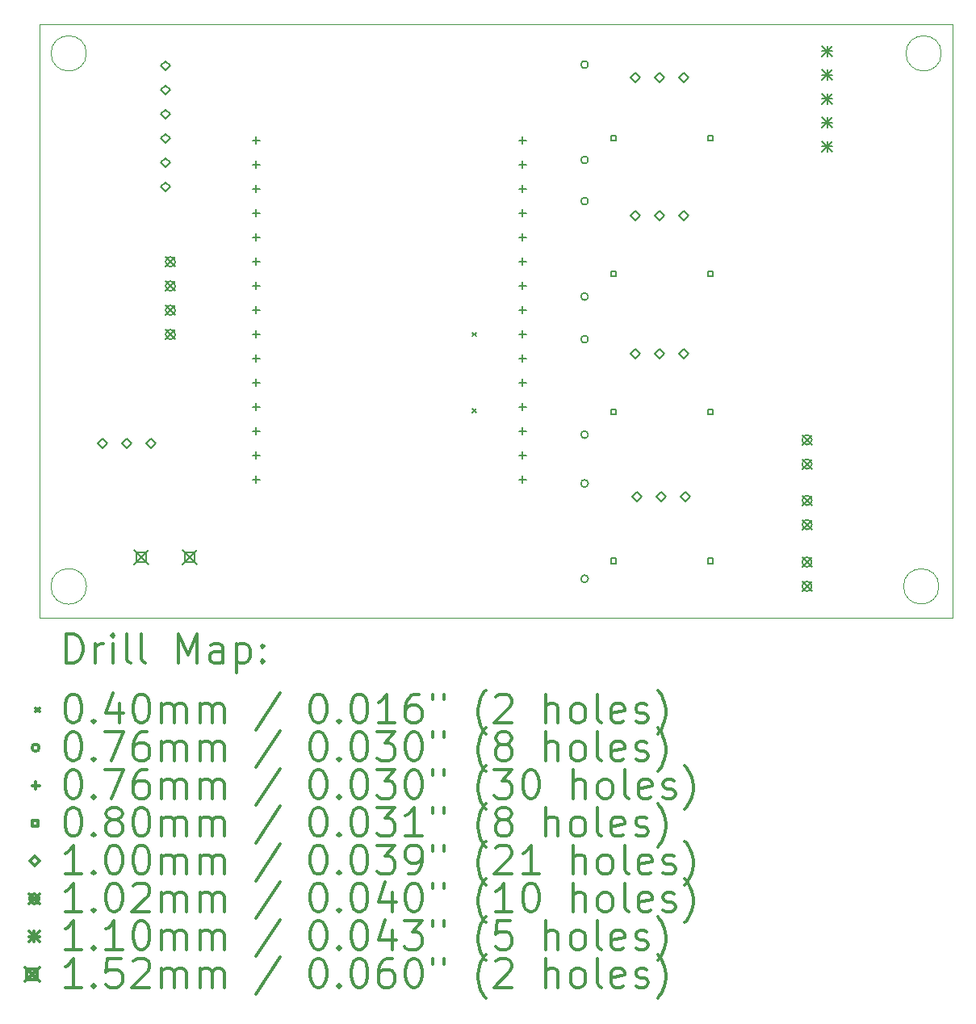
<source format=gbr>
%FSLAX45Y45*%
G04 Gerber Fmt 4.5, Leading zero omitted, Abs format (unit mm)*
G04 Created by KiCad (PCBNEW (5.1.5)-3) date 2022-07-10 23:47:23*
%MOMM*%
%LPD*%
G04 APERTURE LIST*
%TA.AperFunction,Profile*%
%ADD10C,0.050000*%
%TD*%
%TA.AperFunction,Profile*%
%ADD11C,0.100000*%
%TD*%
%ADD12C,0.200000*%
%ADD13C,0.300000*%
G04 APERTURE END LIST*
D10*
X10676851Y-10591800D02*
G75*
G03X10676851Y-10591800I-186651J0D01*
G01*
X10675115Y-5003800D02*
G75*
G03X10675115Y-5003800I-184915J0D01*
G01*
X19641315Y-5003800D02*
G75*
G03X19641315Y-5003800I-184915J0D01*
G01*
X19615915Y-10591800D02*
G75*
G03X19615915Y-10591800I-184915J0D01*
G01*
D11*
X19761200Y-4699000D02*
X19761200Y-10922000D01*
X10185400Y-4699000D02*
X19761200Y-4699000D01*
X10185400Y-10922000D02*
X10185400Y-4699000D01*
X19761200Y-10922000D02*
X10185400Y-10922000D01*
D12*
X14724700Y-7930200D02*
X14764700Y-7970200D01*
X14764700Y-7930200D02*
X14724700Y-7970200D01*
X14724700Y-8730300D02*
X14764700Y-8770300D01*
X14764700Y-8730300D02*
X14724700Y-8770300D01*
X15938400Y-9512300D02*
G75*
G03X15938400Y-9512300I-38000J0D01*
G01*
X15938400Y-10512300D02*
G75*
G03X15938400Y-10512300I-38000J0D01*
G01*
X15938400Y-6553200D02*
G75*
G03X15938400Y-6553200I-38000J0D01*
G01*
X15938400Y-7553200D02*
G75*
G03X15938400Y-7553200I-38000J0D01*
G01*
X15938400Y-5121400D02*
G75*
G03X15938400Y-5121400I-38000J0D01*
G01*
X15938400Y-6121400D02*
G75*
G03X15938400Y-6121400I-38000J0D01*
G01*
X15938400Y-8001000D02*
G75*
G03X15938400Y-8001000I-38000J0D01*
G01*
X15938400Y-9001000D02*
G75*
G03X15938400Y-9001000I-38000J0D01*
G01*
X12454500Y-5876900D02*
X12454500Y-5953100D01*
X12416400Y-5915000D02*
X12492600Y-5915000D01*
X12454500Y-6130900D02*
X12454500Y-6207100D01*
X12416400Y-6169000D02*
X12492600Y-6169000D01*
X12454500Y-6384900D02*
X12454500Y-6461100D01*
X12416400Y-6423000D02*
X12492600Y-6423000D01*
X12454500Y-6638900D02*
X12454500Y-6715100D01*
X12416400Y-6677000D02*
X12492600Y-6677000D01*
X12454500Y-6892900D02*
X12454500Y-6969100D01*
X12416400Y-6931000D02*
X12492600Y-6931000D01*
X12454500Y-7146900D02*
X12454500Y-7223100D01*
X12416400Y-7185000D02*
X12492600Y-7185000D01*
X12454500Y-7400900D02*
X12454500Y-7477100D01*
X12416400Y-7439000D02*
X12492600Y-7439000D01*
X12454500Y-7654900D02*
X12454500Y-7731100D01*
X12416400Y-7693000D02*
X12492600Y-7693000D01*
X12454500Y-7908900D02*
X12454500Y-7985100D01*
X12416400Y-7947000D02*
X12492600Y-7947000D01*
X12454500Y-8162900D02*
X12454500Y-8239100D01*
X12416400Y-8201000D02*
X12492600Y-8201000D01*
X12454500Y-8416900D02*
X12454500Y-8493100D01*
X12416400Y-8455000D02*
X12492600Y-8455000D01*
X12454500Y-8670900D02*
X12454500Y-8747100D01*
X12416400Y-8709000D02*
X12492600Y-8709000D01*
X12454500Y-8924900D02*
X12454500Y-9001100D01*
X12416400Y-8963000D02*
X12492600Y-8963000D01*
X12454500Y-9178900D02*
X12454500Y-9255100D01*
X12416400Y-9217000D02*
X12492600Y-9217000D01*
X12454500Y-9432900D02*
X12454500Y-9509100D01*
X12416400Y-9471000D02*
X12492600Y-9471000D01*
X15248500Y-5876900D02*
X15248500Y-5953100D01*
X15210400Y-5915000D02*
X15286600Y-5915000D01*
X15248500Y-6130900D02*
X15248500Y-6207100D01*
X15210400Y-6169000D02*
X15286600Y-6169000D01*
X15248500Y-6384900D02*
X15248500Y-6461100D01*
X15210400Y-6423000D02*
X15286600Y-6423000D01*
X15248500Y-6638900D02*
X15248500Y-6715100D01*
X15210400Y-6677000D02*
X15286600Y-6677000D01*
X15248500Y-6892900D02*
X15248500Y-6969100D01*
X15210400Y-6931000D02*
X15286600Y-6931000D01*
X15248500Y-7146900D02*
X15248500Y-7223100D01*
X15210400Y-7185000D02*
X15286600Y-7185000D01*
X15248500Y-7400900D02*
X15248500Y-7477100D01*
X15210400Y-7439000D02*
X15286600Y-7439000D01*
X15248500Y-7654900D02*
X15248500Y-7731100D01*
X15210400Y-7693000D02*
X15286600Y-7693000D01*
X15248500Y-7908900D02*
X15248500Y-7985100D01*
X15210400Y-7947000D02*
X15286600Y-7947000D01*
X15248500Y-8162900D02*
X15248500Y-8239100D01*
X15210400Y-8201000D02*
X15286600Y-8201000D01*
X15248500Y-8416900D02*
X15248500Y-8493100D01*
X15210400Y-8455000D02*
X15286600Y-8455000D01*
X15248500Y-8670900D02*
X15248500Y-8747100D01*
X15210400Y-8709000D02*
X15286600Y-8709000D01*
X15248500Y-8924900D02*
X15248500Y-9001100D01*
X15210400Y-8963000D02*
X15286600Y-8963000D01*
X15248500Y-9178900D02*
X15248500Y-9255100D01*
X15210400Y-9217000D02*
X15286600Y-9217000D01*
X15248500Y-9432900D02*
X15248500Y-9509100D01*
X15210400Y-9471000D02*
X15286600Y-9471000D01*
X16233484Y-8791285D02*
X16233484Y-8734716D01*
X16176915Y-8734716D01*
X16176915Y-8791285D01*
X16233484Y-8791285D01*
X17249485Y-8791285D02*
X17249485Y-8734716D01*
X17192916Y-8734716D01*
X17192916Y-8791285D01*
X17249485Y-8791285D01*
X16233484Y-5921084D02*
X16233484Y-5864515D01*
X16176915Y-5864515D01*
X16176915Y-5921084D01*
X16233484Y-5921084D01*
X17249485Y-5921084D02*
X17249485Y-5864515D01*
X17192916Y-5864515D01*
X17192916Y-5921084D01*
X17249485Y-5921084D01*
X16233484Y-10353385D02*
X16233484Y-10296816D01*
X16176915Y-10296816D01*
X16176915Y-10353385D01*
X16233484Y-10353385D01*
X17249485Y-10353385D02*
X17249485Y-10296816D01*
X17192916Y-10296816D01*
X17192916Y-10353385D01*
X17249485Y-10353385D01*
X16233484Y-7343484D02*
X16233484Y-7286915D01*
X16176915Y-7286915D01*
X16176915Y-7343484D01*
X16233484Y-7343484D01*
X17249485Y-7343484D02*
X17249485Y-7286915D01*
X17192916Y-7286915D01*
X17192916Y-7343484D01*
X17249485Y-7343484D01*
X16433800Y-8203400D02*
X16483800Y-8153400D01*
X16433800Y-8103400D01*
X16383800Y-8153400D01*
X16433800Y-8203400D01*
X16687800Y-8203400D02*
X16737800Y-8153400D01*
X16687800Y-8103400D01*
X16637800Y-8153400D01*
X16687800Y-8203400D01*
X16941800Y-8203400D02*
X16991800Y-8153400D01*
X16941800Y-8103400D01*
X16891800Y-8153400D01*
X16941800Y-8203400D01*
X16433800Y-5307800D02*
X16483800Y-5257800D01*
X16433800Y-5207800D01*
X16383800Y-5257800D01*
X16433800Y-5307800D01*
X16687800Y-5307800D02*
X16737800Y-5257800D01*
X16687800Y-5207800D01*
X16637800Y-5257800D01*
X16687800Y-5307800D01*
X16941800Y-5307800D02*
X16991800Y-5257800D01*
X16941800Y-5207800D01*
X16891800Y-5257800D01*
X16941800Y-5307800D01*
X16446500Y-9702000D02*
X16496500Y-9652000D01*
X16446500Y-9602000D01*
X16396500Y-9652000D01*
X16446500Y-9702000D01*
X16700500Y-9702000D02*
X16750500Y-9652000D01*
X16700500Y-9602000D01*
X16650500Y-9652000D01*
X16700500Y-9702000D01*
X16954500Y-9702000D02*
X17004500Y-9652000D01*
X16954500Y-9602000D01*
X16904500Y-9652000D01*
X16954500Y-9702000D01*
X16433800Y-6755600D02*
X16483800Y-6705600D01*
X16433800Y-6655600D01*
X16383800Y-6705600D01*
X16433800Y-6755600D01*
X16687800Y-6755600D02*
X16737800Y-6705600D01*
X16687800Y-6655600D01*
X16637800Y-6705600D01*
X16687800Y-6755600D01*
X16941800Y-6755600D02*
X16991800Y-6705600D01*
X16941800Y-6655600D01*
X16891800Y-6705600D01*
X16941800Y-6755600D01*
X11506200Y-5183340D02*
X11556200Y-5133340D01*
X11506200Y-5083340D01*
X11456200Y-5133340D01*
X11506200Y-5183340D01*
X11506200Y-5437340D02*
X11556200Y-5387340D01*
X11506200Y-5337340D01*
X11456200Y-5387340D01*
X11506200Y-5437340D01*
X11506200Y-5691340D02*
X11556200Y-5641340D01*
X11506200Y-5591340D01*
X11456200Y-5641340D01*
X11506200Y-5691340D01*
X11506200Y-5945340D02*
X11556200Y-5895340D01*
X11506200Y-5845340D01*
X11456200Y-5895340D01*
X11506200Y-5945340D01*
X11506200Y-6199340D02*
X11556200Y-6149340D01*
X11506200Y-6099340D01*
X11456200Y-6149340D01*
X11506200Y-6199340D01*
X11506200Y-6453340D02*
X11556200Y-6403340D01*
X11506200Y-6353340D01*
X11456200Y-6403340D01*
X11506200Y-6453340D01*
X10845800Y-9143200D02*
X10895800Y-9093200D01*
X10845800Y-9043200D01*
X10795800Y-9093200D01*
X10845800Y-9143200D01*
X11099800Y-9143200D02*
X11149800Y-9093200D01*
X11099800Y-9043200D01*
X11049800Y-9093200D01*
X11099800Y-9143200D01*
X11353800Y-9143200D02*
X11403800Y-9093200D01*
X11353800Y-9043200D01*
X11303800Y-9093200D01*
X11353800Y-9143200D01*
X18182390Y-10285530D02*
X18284390Y-10387530D01*
X18284390Y-10285530D02*
X18182390Y-10387530D01*
X18284390Y-10336530D02*
G75*
G03X18284390Y-10336530I-51000J0D01*
G01*
X18182390Y-10539530D02*
X18284390Y-10641530D01*
X18284390Y-10539530D02*
X18182390Y-10641530D01*
X18284390Y-10590530D02*
G75*
G03X18284390Y-10590530I-51000J0D01*
G01*
X18183660Y-9639100D02*
X18285660Y-9741100D01*
X18285660Y-9639100D02*
X18183660Y-9741100D01*
X18285660Y-9690100D02*
G75*
G03X18285660Y-9690100I-51000J0D01*
G01*
X18183660Y-9893100D02*
X18285660Y-9995100D01*
X18285660Y-9893100D02*
X18183660Y-9995100D01*
X18285660Y-9944100D02*
G75*
G03X18285660Y-9944100I-51000J0D01*
G01*
X11506000Y-7137200D02*
X11608000Y-7239200D01*
X11608000Y-7137200D02*
X11506000Y-7239200D01*
X11608000Y-7188200D02*
G75*
G03X11608000Y-7188200I-51000J0D01*
G01*
X11506000Y-7391200D02*
X11608000Y-7493200D01*
X11608000Y-7391200D02*
X11506000Y-7493200D01*
X11608000Y-7442200D02*
G75*
G03X11608000Y-7442200I-51000J0D01*
G01*
X11506000Y-7645200D02*
X11608000Y-7747200D01*
X11608000Y-7645200D02*
X11506000Y-7747200D01*
X11608000Y-7696200D02*
G75*
G03X11608000Y-7696200I-51000J0D01*
G01*
X11506000Y-7899200D02*
X11608000Y-8001200D01*
X11608000Y-7899200D02*
X11506000Y-8001200D01*
X11608000Y-7950200D02*
G75*
G03X11608000Y-7950200I-51000J0D01*
G01*
X18182390Y-9004100D02*
X18284390Y-9106100D01*
X18284390Y-9004100D02*
X18182390Y-9106100D01*
X18284390Y-9055100D02*
G75*
G03X18284390Y-9055100I-51000J0D01*
G01*
X18182390Y-9258100D02*
X18284390Y-9360100D01*
X18284390Y-9258100D02*
X18182390Y-9360100D01*
X18284390Y-9309100D02*
G75*
G03X18284390Y-9309100I-51000J0D01*
G01*
X18389210Y-4924670D02*
X18499210Y-5034670D01*
X18499210Y-4924670D02*
X18389210Y-5034670D01*
X18444210Y-4924670D02*
X18444210Y-5034670D01*
X18389210Y-4979670D02*
X18499210Y-4979670D01*
X18389210Y-5174670D02*
X18499210Y-5284670D01*
X18499210Y-5174670D02*
X18389210Y-5284670D01*
X18444210Y-5174670D02*
X18444210Y-5284670D01*
X18389210Y-5229670D02*
X18499210Y-5229670D01*
X18389210Y-5424670D02*
X18499210Y-5534670D01*
X18499210Y-5424670D02*
X18389210Y-5534670D01*
X18444210Y-5424670D02*
X18444210Y-5534670D01*
X18389210Y-5479670D02*
X18499210Y-5479670D01*
X18389210Y-5674670D02*
X18499210Y-5784670D01*
X18499210Y-5674670D02*
X18389210Y-5784670D01*
X18444210Y-5674670D02*
X18444210Y-5784670D01*
X18389210Y-5729670D02*
X18499210Y-5729670D01*
X18389210Y-5924670D02*
X18499210Y-6034670D01*
X18499210Y-5924670D02*
X18389210Y-6034670D01*
X18444210Y-5924670D02*
X18444210Y-6034670D01*
X18389210Y-5979670D02*
X18499210Y-5979670D01*
X11176200Y-10211000D02*
X11328200Y-10363000D01*
X11328200Y-10211000D02*
X11176200Y-10363000D01*
X11305941Y-10340741D02*
X11305941Y-10233259D01*
X11198459Y-10233259D01*
X11198459Y-10340741D01*
X11305941Y-10340741D01*
X11684200Y-10211000D02*
X11836200Y-10363000D01*
X11836200Y-10211000D02*
X11684200Y-10363000D01*
X11813941Y-10340741D02*
X11813941Y-10233259D01*
X11706459Y-10233259D01*
X11706459Y-10340741D01*
X11813941Y-10340741D01*
D13*
X10466828Y-11392714D02*
X10466828Y-11092714D01*
X10538257Y-11092714D01*
X10581114Y-11107000D01*
X10609686Y-11135572D01*
X10623971Y-11164143D01*
X10638257Y-11221286D01*
X10638257Y-11264143D01*
X10623971Y-11321286D01*
X10609686Y-11349857D01*
X10581114Y-11378429D01*
X10538257Y-11392714D01*
X10466828Y-11392714D01*
X10766828Y-11392714D02*
X10766828Y-11192714D01*
X10766828Y-11249857D02*
X10781114Y-11221286D01*
X10795400Y-11207000D01*
X10823971Y-11192714D01*
X10852543Y-11192714D01*
X10952543Y-11392714D02*
X10952543Y-11192714D01*
X10952543Y-11092714D02*
X10938257Y-11107000D01*
X10952543Y-11121286D01*
X10966828Y-11107000D01*
X10952543Y-11092714D01*
X10952543Y-11121286D01*
X11138257Y-11392714D02*
X11109686Y-11378429D01*
X11095400Y-11349857D01*
X11095400Y-11092714D01*
X11295400Y-11392714D02*
X11266828Y-11378429D01*
X11252543Y-11349857D01*
X11252543Y-11092714D01*
X11638257Y-11392714D02*
X11638257Y-11092714D01*
X11738257Y-11307000D01*
X11838257Y-11092714D01*
X11838257Y-11392714D01*
X12109686Y-11392714D02*
X12109686Y-11235571D01*
X12095400Y-11207000D01*
X12066828Y-11192714D01*
X12009686Y-11192714D01*
X11981114Y-11207000D01*
X12109686Y-11378429D02*
X12081114Y-11392714D01*
X12009686Y-11392714D01*
X11981114Y-11378429D01*
X11966828Y-11349857D01*
X11966828Y-11321286D01*
X11981114Y-11292714D01*
X12009686Y-11278429D01*
X12081114Y-11278429D01*
X12109686Y-11264143D01*
X12252543Y-11192714D02*
X12252543Y-11492714D01*
X12252543Y-11207000D02*
X12281114Y-11192714D01*
X12338257Y-11192714D01*
X12366828Y-11207000D01*
X12381114Y-11221286D01*
X12395400Y-11249857D01*
X12395400Y-11335571D01*
X12381114Y-11364143D01*
X12366828Y-11378429D01*
X12338257Y-11392714D01*
X12281114Y-11392714D01*
X12252543Y-11378429D01*
X12523971Y-11364143D02*
X12538257Y-11378429D01*
X12523971Y-11392714D01*
X12509686Y-11378429D01*
X12523971Y-11364143D01*
X12523971Y-11392714D01*
X12523971Y-11207000D02*
X12538257Y-11221286D01*
X12523971Y-11235571D01*
X12509686Y-11221286D01*
X12523971Y-11207000D01*
X12523971Y-11235571D01*
X10140400Y-11867000D02*
X10180400Y-11907000D01*
X10180400Y-11867000D02*
X10140400Y-11907000D01*
X10523971Y-11722714D02*
X10552543Y-11722714D01*
X10581114Y-11737000D01*
X10595400Y-11751286D01*
X10609686Y-11779857D01*
X10623971Y-11837000D01*
X10623971Y-11908429D01*
X10609686Y-11965571D01*
X10595400Y-11994143D01*
X10581114Y-12008429D01*
X10552543Y-12022714D01*
X10523971Y-12022714D01*
X10495400Y-12008429D01*
X10481114Y-11994143D01*
X10466828Y-11965571D01*
X10452543Y-11908429D01*
X10452543Y-11837000D01*
X10466828Y-11779857D01*
X10481114Y-11751286D01*
X10495400Y-11737000D01*
X10523971Y-11722714D01*
X10752543Y-11994143D02*
X10766828Y-12008429D01*
X10752543Y-12022714D01*
X10738257Y-12008429D01*
X10752543Y-11994143D01*
X10752543Y-12022714D01*
X11023971Y-11822714D02*
X11023971Y-12022714D01*
X10952543Y-11708429D02*
X10881114Y-11922714D01*
X11066828Y-11922714D01*
X11238257Y-11722714D02*
X11266828Y-11722714D01*
X11295400Y-11737000D01*
X11309686Y-11751286D01*
X11323971Y-11779857D01*
X11338257Y-11837000D01*
X11338257Y-11908429D01*
X11323971Y-11965571D01*
X11309686Y-11994143D01*
X11295400Y-12008429D01*
X11266828Y-12022714D01*
X11238257Y-12022714D01*
X11209686Y-12008429D01*
X11195400Y-11994143D01*
X11181114Y-11965571D01*
X11166828Y-11908429D01*
X11166828Y-11837000D01*
X11181114Y-11779857D01*
X11195400Y-11751286D01*
X11209686Y-11737000D01*
X11238257Y-11722714D01*
X11466828Y-12022714D02*
X11466828Y-11822714D01*
X11466828Y-11851286D02*
X11481114Y-11837000D01*
X11509686Y-11822714D01*
X11552543Y-11822714D01*
X11581114Y-11837000D01*
X11595400Y-11865571D01*
X11595400Y-12022714D01*
X11595400Y-11865571D02*
X11609686Y-11837000D01*
X11638257Y-11822714D01*
X11681114Y-11822714D01*
X11709686Y-11837000D01*
X11723971Y-11865571D01*
X11723971Y-12022714D01*
X11866828Y-12022714D02*
X11866828Y-11822714D01*
X11866828Y-11851286D02*
X11881114Y-11837000D01*
X11909686Y-11822714D01*
X11952543Y-11822714D01*
X11981114Y-11837000D01*
X11995400Y-11865571D01*
X11995400Y-12022714D01*
X11995400Y-11865571D02*
X12009686Y-11837000D01*
X12038257Y-11822714D01*
X12081114Y-11822714D01*
X12109686Y-11837000D01*
X12123971Y-11865571D01*
X12123971Y-12022714D01*
X12709686Y-11708429D02*
X12452543Y-12094143D01*
X13095400Y-11722714D02*
X13123971Y-11722714D01*
X13152543Y-11737000D01*
X13166828Y-11751286D01*
X13181114Y-11779857D01*
X13195400Y-11837000D01*
X13195400Y-11908429D01*
X13181114Y-11965571D01*
X13166828Y-11994143D01*
X13152543Y-12008429D01*
X13123971Y-12022714D01*
X13095400Y-12022714D01*
X13066828Y-12008429D01*
X13052543Y-11994143D01*
X13038257Y-11965571D01*
X13023971Y-11908429D01*
X13023971Y-11837000D01*
X13038257Y-11779857D01*
X13052543Y-11751286D01*
X13066828Y-11737000D01*
X13095400Y-11722714D01*
X13323971Y-11994143D02*
X13338257Y-12008429D01*
X13323971Y-12022714D01*
X13309686Y-12008429D01*
X13323971Y-11994143D01*
X13323971Y-12022714D01*
X13523971Y-11722714D02*
X13552543Y-11722714D01*
X13581114Y-11737000D01*
X13595400Y-11751286D01*
X13609686Y-11779857D01*
X13623971Y-11837000D01*
X13623971Y-11908429D01*
X13609686Y-11965571D01*
X13595400Y-11994143D01*
X13581114Y-12008429D01*
X13552543Y-12022714D01*
X13523971Y-12022714D01*
X13495400Y-12008429D01*
X13481114Y-11994143D01*
X13466828Y-11965571D01*
X13452543Y-11908429D01*
X13452543Y-11837000D01*
X13466828Y-11779857D01*
X13481114Y-11751286D01*
X13495400Y-11737000D01*
X13523971Y-11722714D01*
X13909686Y-12022714D02*
X13738257Y-12022714D01*
X13823971Y-12022714D02*
X13823971Y-11722714D01*
X13795400Y-11765571D01*
X13766828Y-11794143D01*
X13738257Y-11808429D01*
X14166828Y-11722714D02*
X14109686Y-11722714D01*
X14081114Y-11737000D01*
X14066828Y-11751286D01*
X14038257Y-11794143D01*
X14023971Y-11851286D01*
X14023971Y-11965571D01*
X14038257Y-11994143D01*
X14052543Y-12008429D01*
X14081114Y-12022714D01*
X14138257Y-12022714D01*
X14166828Y-12008429D01*
X14181114Y-11994143D01*
X14195400Y-11965571D01*
X14195400Y-11894143D01*
X14181114Y-11865571D01*
X14166828Y-11851286D01*
X14138257Y-11837000D01*
X14081114Y-11837000D01*
X14052543Y-11851286D01*
X14038257Y-11865571D01*
X14023971Y-11894143D01*
X14309686Y-11722714D02*
X14309686Y-11779857D01*
X14423971Y-11722714D02*
X14423971Y-11779857D01*
X14866828Y-12137000D02*
X14852543Y-12122714D01*
X14823971Y-12079857D01*
X14809686Y-12051286D01*
X14795400Y-12008429D01*
X14781114Y-11937000D01*
X14781114Y-11879857D01*
X14795400Y-11808429D01*
X14809686Y-11765571D01*
X14823971Y-11737000D01*
X14852543Y-11694143D01*
X14866828Y-11679857D01*
X14966828Y-11751286D02*
X14981114Y-11737000D01*
X15009686Y-11722714D01*
X15081114Y-11722714D01*
X15109686Y-11737000D01*
X15123971Y-11751286D01*
X15138257Y-11779857D01*
X15138257Y-11808429D01*
X15123971Y-11851286D01*
X14952543Y-12022714D01*
X15138257Y-12022714D01*
X15495400Y-12022714D02*
X15495400Y-11722714D01*
X15623971Y-12022714D02*
X15623971Y-11865571D01*
X15609686Y-11837000D01*
X15581114Y-11822714D01*
X15538257Y-11822714D01*
X15509686Y-11837000D01*
X15495400Y-11851286D01*
X15809686Y-12022714D02*
X15781114Y-12008429D01*
X15766828Y-11994143D01*
X15752543Y-11965571D01*
X15752543Y-11879857D01*
X15766828Y-11851286D01*
X15781114Y-11837000D01*
X15809686Y-11822714D01*
X15852543Y-11822714D01*
X15881114Y-11837000D01*
X15895400Y-11851286D01*
X15909686Y-11879857D01*
X15909686Y-11965571D01*
X15895400Y-11994143D01*
X15881114Y-12008429D01*
X15852543Y-12022714D01*
X15809686Y-12022714D01*
X16081114Y-12022714D02*
X16052543Y-12008429D01*
X16038257Y-11979857D01*
X16038257Y-11722714D01*
X16309686Y-12008429D02*
X16281114Y-12022714D01*
X16223971Y-12022714D01*
X16195400Y-12008429D01*
X16181114Y-11979857D01*
X16181114Y-11865571D01*
X16195400Y-11837000D01*
X16223971Y-11822714D01*
X16281114Y-11822714D01*
X16309686Y-11837000D01*
X16323971Y-11865571D01*
X16323971Y-11894143D01*
X16181114Y-11922714D01*
X16438257Y-12008429D02*
X16466828Y-12022714D01*
X16523971Y-12022714D01*
X16552543Y-12008429D01*
X16566828Y-11979857D01*
X16566828Y-11965571D01*
X16552543Y-11937000D01*
X16523971Y-11922714D01*
X16481114Y-11922714D01*
X16452543Y-11908429D01*
X16438257Y-11879857D01*
X16438257Y-11865571D01*
X16452543Y-11837000D01*
X16481114Y-11822714D01*
X16523971Y-11822714D01*
X16552543Y-11837000D01*
X16666828Y-12137000D02*
X16681114Y-12122714D01*
X16709686Y-12079857D01*
X16723971Y-12051286D01*
X16738257Y-12008429D01*
X16752543Y-11937000D01*
X16752543Y-11879857D01*
X16738257Y-11808429D01*
X16723971Y-11765571D01*
X16709686Y-11737000D01*
X16681114Y-11694143D01*
X16666828Y-11679857D01*
X10180400Y-12283000D02*
G75*
G03X10180400Y-12283000I-38000J0D01*
G01*
X10523971Y-12118714D02*
X10552543Y-12118714D01*
X10581114Y-12133000D01*
X10595400Y-12147286D01*
X10609686Y-12175857D01*
X10623971Y-12233000D01*
X10623971Y-12304429D01*
X10609686Y-12361571D01*
X10595400Y-12390143D01*
X10581114Y-12404429D01*
X10552543Y-12418714D01*
X10523971Y-12418714D01*
X10495400Y-12404429D01*
X10481114Y-12390143D01*
X10466828Y-12361571D01*
X10452543Y-12304429D01*
X10452543Y-12233000D01*
X10466828Y-12175857D01*
X10481114Y-12147286D01*
X10495400Y-12133000D01*
X10523971Y-12118714D01*
X10752543Y-12390143D02*
X10766828Y-12404429D01*
X10752543Y-12418714D01*
X10738257Y-12404429D01*
X10752543Y-12390143D01*
X10752543Y-12418714D01*
X10866828Y-12118714D02*
X11066828Y-12118714D01*
X10938257Y-12418714D01*
X11309686Y-12118714D02*
X11252543Y-12118714D01*
X11223971Y-12133000D01*
X11209686Y-12147286D01*
X11181114Y-12190143D01*
X11166828Y-12247286D01*
X11166828Y-12361571D01*
X11181114Y-12390143D01*
X11195400Y-12404429D01*
X11223971Y-12418714D01*
X11281114Y-12418714D01*
X11309686Y-12404429D01*
X11323971Y-12390143D01*
X11338257Y-12361571D01*
X11338257Y-12290143D01*
X11323971Y-12261571D01*
X11309686Y-12247286D01*
X11281114Y-12233000D01*
X11223971Y-12233000D01*
X11195400Y-12247286D01*
X11181114Y-12261571D01*
X11166828Y-12290143D01*
X11466828Y-12418714D02*
X11466828Y-12218714D01*
X11466828Y-12247286D02*
X11481114Y-12233000D01*
X11509686Y-12218714D01*
X11552543Y-12218714D01*
X11581114Y-12233000D01*
X11595400Y-12261571D01*
X11595400Y-12418714D01*
X11595400Y-12261571D02*
X11609686Y-12233000D01*
X11638257Y-12218714D01*
X11681114Y-12218714D01*
X11709686Y-12233000D01*
X11723971Y-12261571D01*
X11723971Y-12418714D01*
X11866828Y-12418714D02*
X11866828Y-12218714D01*
X11866828Y-12247286D02*
X11881114Y-12233000D01*
X11909686Y-12218714D01*
X11952543Y-12218714D01*
X11981114Y-12233000D01*
X11995400Y-12261571D01*
X11995400Y-12418714D01*
X11995400Y-12261571D02*
X12009686Y-12233000D01*
X12038257Y-12218714D01*
X12081114Y-12218714D01*
X12109686Y-12233000D01*
X12123971Y-12261571D01*
X12123971Y-12418714D01*
X12709686Y-12104429D02*
X12452543Y-12490143D01*
X13095400Y-12118714D02*
X13123971Y-12118714D01*
X13152543Y-12133000D01*
X13166828Y-12147286D01*
X13181114Y-12175857D01*
X13195400Y-12233000D01*
X13195400Y-12304429D01*
X13181114Y-12361571D01*
X13166828Y-12390143D01*
X13152543Y-12404429D01*
X13123971Y-12418714D01*
X13095400Y-12418714D01*
X13066828Y-12404429D01*
X13052543Y-12390143D01*
X13038257Y-12361571D01*
X13023971Y-12304429D01*
X13023971Y-12233000D01*
X13038257Y-12175857D01*
X13052543Y-12147286D01*
X13066828Y-12133000D01*
X13095400Y-12118714D01*
X13323971Y-12390143D02*
X13338257Y-12404429D01*
X13323971Y-12418714D01*
X13309686Y-12404429D01*
X13323971Y-12390143D01*
X13323971Y-12418714D01*
X13523971Y-12118714D02*
X13552543Y-12118714D01*
X13581114Y-12133000D01*
X13595400Y-12147286D01*
X13609686Y-12175857D01*
X13623971Y-12233000D01*
X13623971Y-12304429D01*
X13609686Y-12361571D01*
X13595400Y-12390143D01*
X13581114Y-12404429D01*
X13552543Y-12418714D01*
X13523971Y-12418714D01*
X13495400Y-12404429D01*
X13481114Y-12390143D01*
X13466828Y-12361571D01*
X13452543Y-12304429D01*
X13452543Y-12233000D01*
X13466828Y-12175857D01*
X13481114Y-12147286D01*
X13495400Y-12133000D01*
X13523971Y-12118714D01*
X13723971Y-12118714D02*
X13909686Y-12118714D01*
X13809686Y-12233000D01*
X13852543Y-12233000D01*
X13881114Y-12247286D01*
X13895400Y-12261571D01*
X13909686Y-12290143D01*
X13909686Y-12361571D01*
X13895400Y-12390143D01*
X13881114Y-12404429D01*
X13852543Y-12418714D01*
X13766828Y-12418714D01*
X13738257Y-12404429D01*
X13723971Y-12390143D01*
X14095400Y-12118714D02*
X14123971Y-12118714D01*
X14152543Y-12133000D01*
X14166828Y-12147286D01*
X14181114Y-12175857D01*
X14195400Y-12233000D01*
X14195400Y-12304429D01*
X14181114Y-12361571D01*
X14166828Y-12390143D01*
X14152543Y-12404429D01*
X14123971Y-12418714D01*
X14095400Y-12418714D01*
X14066828Y-12404429D01*
X14052543Y-12390143D01*
X14038257Y-12361571D01*
X14023971Y-12304429D01*
X14023971Y-12233000D01*
X14038257Y-12175857D01*
X14052543Y-12147286D01*
X14066828Y-12133000D01*
X14095400Y-12118714D01*
X14309686Y-12118714D02*
X14309686Y-12175857D01*
X14423971Y-12118714D02*
X14423971Y-12175857D01*
X14866828Y-12533000D02*
X14852543Y-12518714D01*
X14823971Y-12475857D01*
X14809686Y-12447286D01*
X14795400Y-12404429D01*
X14781114Y-12333000D01*
X14781114Y-12275857D01*
X14795400Y-12204429D01*
X14809686Y-12161571D01*
X14823971Y-12133000D01*
X14852543Y-12090143D01*
X14866828Y-12075857D01*
X15023971Y-12247286D02*
X14995400Y-12233000D01*
X14981114Y-12218714D01*
X14966828Y-12190143D01*
X14966828Y-12175857D01*
X14981114Y-12147286D01*
X14995400Y-12133000D01*
X15023971Y-12118714D01*
X15081114Y-12118714D01*
X15109686Y-12133000D01*
X15123971Y-12147286D01*
X15138257Y-12175857D01*
X15138257Y-12190143D01*
X15123971Y-12218714D01*
X15109686Y-12233000D01*
X15081114Y-12247286D01*
X15023971Y-12247286D01*
X14995400Y-12261571D01*
X14981114Y-12275857D01*
X14966828Y-12304429D01*
X14966828Y-12361571D01*
X14981114Y-12390143D01*
X14995400Y-12404429D01*
X15023971Y-12418714D01*
X15081114Y-12418714D01*
X15109686Y-12404429D01*
X15123971Y-12390143D01*
X15138257Y-12361571D01*
X15138257Y-12304429D01*
X15123971Y-12275857D01*
X15109686Y-12261571D01*
X15081114Y-12247286D01*
X15495400Y-12418714D02*
X15495400Y-12118714D01*
X15623971Y-12418714D02*
X15623971Y-12261571D01*
X15609686Y-12233000D01*
X15581114Y-12218714D01*
X15538257Y-12218714D01*
X15509686Y-12233000D01*
X15495400Y-12247286D01*
X15809686Y-12418714D02*
X15781114Y-12404429D01*
X15766828Y-12390143D01*
X15752543Y-12361571D01*
X15752543Y-12275857D01*
X15766828Y-12247286D01*
X15781114Y-12233000D01*
X15809686Y-12218714D01*
X15852543Y-12218714D01*
X15881114Y-12233000D01*
X15895400Y-12247286D01*
X15909686Y-12275857D01*
X15909686Y-12361571D01*
X15895400Y-12390143D01*
X15881114Y-12404429D01*
X15852543Y-12418714D01*
X15809686Y-12418714D01*
X16081114Y-12418714D02*
X16052543Y-12404429D01*
X16038257Y-12375857D01*
X16038257Y-12118714D01*
X16309686Y-12404429D02*
X16281114Y-12418714D01*
X16223971Y-12418714D01*
X16195400Y-12404429D01*
X16181114Y-12375857D01*
X16181114Y-12261571D01*
X16195400Y-12233000D01*
X16223971Y-12218714D01*
X16281114Y-12218714D01*
X16309686Y-12233000D01*
X16323971Y-12261571D01*
X16323971Y-12290143D01*
X16181114Y-12318714D01*
X16438257Y-12404429D02*
X16466828Y-12418714D01*
X16523971Y-12418714D01*
X16552543Y-12404429D01*
X16566828Y-12375857D01*
X16566828Y-12361571D01*
X16552543Y-12333000D01*
X16523971Y-12318714D01*
X16481114Y-12318714D01*
X16452543Y-12304429D01*
X16438257Y-12275857D01*
X16438257Y-12261571D01*
X16452543Y-12233000D01*
X16481114Y-12218714D01*
X16523971Y-12218714D01*
X16552543Y-12233000D01*
X16666828Y-12533000D02*
X16681114Y-12518714D01*
X16709686Y-12475857D01*
X16723971Y-12447286D01*
X16738257Y-12404429D01*
X16752543Y-12333000D01*
X16752543Y-12275857D01*
X16738257Y-12204429D01*
X16723971Y-12161571D01*
X16709686Y-12133000D01*
X16681114Y-12090143D01*
X16666828Y-12075857D01*
X10142300Y-12640900D02*
X10142300Y-12717100D01*
X10104200Y-12679000D02*
X10180400Y-12679000D01*
X10523971Y-12514714D02*
X10552543Y-12514714D01*
X10581114Y-12529000D01*
X10595400Y-12543286D01*
X10609686Y-12571857D01*
X10623971Y-12629000D01*
X10623971Y-12700429D01*
X10609686Y-12757571D01*
X10595400Y-12786143D01*
X10581114Y-12800429D01*
X10552543Y-12814714D01*
X10523971Y-12814714D01*
X10495400Y-12800429D01*
X10481114Y-12786143D01*
X10466828Y-12757571D01*
X10452543Y-12700429D01*
X10452543Y-12629000D01*
X10466828Y-12571857D01*
X10481114Y-12543286D01*
X10495400Y-12529000D01*
X10523971Y-12514714D01*
X10752543Y-12786143D02*
X10766828Y-12800429D01*
X10752543Y-12814714D01*
X10738257Y-12800429D01*
X10752543Y-12786143D01*
X10752543Y-12814714D01*
X10866828Y-12514714D02*
X11066828Y-12514714D01*
X10938257Y-12814714D01*
X11309686Y-12514714D02*
X11252543Y-12514714D01*
X11223971Y-12529000D01*
X11209686Y-12543286D01*
X11181114Y-12586143D01*
X11166828Y-12643286D01*
X11166828Y-12757571D01*
X11181114Y-12786143D01*
X11195400Y-12800429D01*
X11223971Y-12814714D01*
X11281114Y-12814714D01*
X11309686Y-12800429D01*
X11323971Y-12786143D01*
X11338257Y-12757571D01*
X11338257Y-12686143D01*
X11323971Y-12657571D01*
X11309686Y-12643286D01*
X11281114Y-12629000D01*
X11223971Y-12629000D01*
X11195400Y-12643286D01*
X11181114Y-12657571D01*
X11166828Y-12686143D01*
X11466828Y-12814714D02*
X11466828Y-12614714D01*
X11466828Y-12643286D02*
X11481114Y-12629000D01*
X11509686Y-12614714D01*
X11552543Y-12614714D01*
X11581114Y-12629000D01*
X11595400Y-12657571D01*
X11595400Y-12814714D01*
X11595400Y-12657571D02*
X11609686Y-12629000D01*
X11638257Y-12614714D01*
X11681114Y-12614714D01*
X11709686Y-12629000D01*
X11723971Y-12657571D01*
X11723971Y-12814714D01*
X11866828Y-12814714D02*
X11866828Y-12614714D01*
X11866828Y-12643286D02*
X11881114Y-12629000D01*
X11909686Y-12614714D01*
X11952543Y-12614714D01*
X11981114Y-12629000D01*
X11995400Y-12657571D01*
X11995400Y-12814714D01*
X11995400Y-12657571D02*
X12009686Y-12629000D01*
X12038257Y-12614714D01*
X12081114Y-12614714D01*
X12109686Y-12629000D01*
X12123971Y-12657571D01*
X12123971Y-12814714D01*
X12709686Y-12500429D02*
X12452543Y-12886143D01*
X13095400Y-12514714D02*
X13123971Y-12514714D01*
X13152543Y-12529000D01*
X13166828Y-12543286D01*
X13181114Y-12571857D01*
X13195400Y-12629000D01*
X13195400Y-12700429D01*
X13181114Y-12757571D01*
X13166828Y-12786143D01*
X13152543Y-12800429D01*
X13123971Y-12814714D01*
X13095400Y-12814714D01*
X13066828Y-12800429D01*
X13052543Y-12786143D01*
X13038257Y-12757571D01*
X13023971Y-12700429D01*
X13023971Y-12629000D01*
X13038257Y-12571857D01*
X13052543Y-12543286D01*
X13066828Y-12529000D01*
X13095400Y-12514714D01*
X13323971Y-12786143D02*
X13338257Y-12800429D01*
X13323971Y-12814714D01*
X13309686Y-12800429D01*
X13323971Y-12786143D01*
X13323971Y-12814714D01*
X13523971Y-12514714D02*
X13552543Y-12514714D01*
X13581114Y-12529000D01*
X13595400Y-12543286D01*
X13609686Y-12571857D01*
X13623971Y-12629000D01*
X13623971Y-12700429D01*
X13609686Y-12757571D01*
X13595400Y-12786143D01*
X13581114Y-12800429D01*
X13552543Y-12814714D01*
X13523971Y-12814714D01*
X13495400Y-12800429D01*
X13481114Y-12786143D01*
X13466828Y-12757571D01*
X13452543Y-12700429D01*
X13452543Y-12629000D01*
X13466828Y-12571857D01*
X13481114Y-12543286D01*
X13495400Y-12529000D01*
X13523971Y-12514714D01*
X13723971Y-12514714D02*
X13909686Y-12514714D01*
X13809686Y-12629000D01*
X13852543Y-12629000D01*
X13881114Y-12643286D01*
X13895400Y-12657571D01*
X13909686Y-12686143D01*
X13909686Y-12757571D01*
X13895400Y-12786143D01*
X13881114Y-12800429D01*
X13852543Y-12814714D01*
X13766828Y-12814714D01*
X13738257Y-12800429D01*
X13723971Y-12786143D01*
X14095400Y-12514714D02*
X14123971Y-12514714D01*
X14152543Y-12529000D01*
X14166828Y-12543286D01*
X14181114Y-12571857D01*
X14195400Y-12629000D01*
X14195400Y-12700429D01*
X14181114Y-12757571D01*
X14166828Y-12786143D01*
X14152543Y-12800429D01*
X14123971Y-12814714D01*
X14095400Y-12814714D01*
X14066828Y-12800429D01*
X14052543Y-12786143D01*
X14038257Y-12757571D01*
X14023971Y-12700429D01*
X14023971Y-12629000D01*
X14038257Y-12571857D01*
X14052543Y-12543286D01*
X14066828Y-12529000D01*
X14095400Y-12514714D01*
X14309686Y-12514714D02*
X14309686Y-12571857D01*
X14423971Y-12514714D02*
X14423971Y-12571857D01*
X14866828Y-12929000D02*
X14852543Y-12914714D01*
X14823971Y-12871857D01*
X14809686Y-12843286D01*
X14795400Y-12800429D01*
X14781114Y-12729000D01*
X14781114Y-12671857D01*
X14795400Y-12600429D01*
X14809686Y-12557571D01*
X14823971Y-12529000D01*
X14852543Y-12486143D01*
X14866828Y-12471857D01*
X14952543Y-12514714D02*
X15138257Y-12514714D01*
X15038257Y-12629000D01*
X15081114Y-12629000D01*
X15109686Y-12643286D01*
X15123971Y-12657571D01*
X15138257Y-12686143D01*
X15138257Y-12757571D01*
X15123971Y-12786143D01*
X15109686Y-12800429D01*
X15081114Y-12814714D01*
X14995400Y-12814714D01*
X14966828Y-12800429D01*
X14952543Y-12786143D01*
X15323971Y-12514714D02*
X15352543Y-12514714D01*
X15381114Y-12529000D01*
X15395400Y-12543286D01*
X15409686Y-12571857D01*
X15423971Y-12629000D01*
X15423971Y-12700429D01*
X15409686Y-12757571D01*
X15395400Y-12786143D01*
X15381114Y-12800429D01*
X15352543Y-12814714D01*
X15323971Y-12814714D01*
X15295400Y-12800429D01*
X15281114Y-12786143D01*
X15266828Y-12757571D01*
X15252543Y-12700429D01*
X15252543Y-12629000D01*
X15266828Y-12571857D01*
X15281114Y-12543286D01*
X15295400Y-12529000D01*
X15323971Y-12514714D01*
X15781114Y-12814714D02*
X15781114Y-12514714D01*
X15909686Y-12814714D02*
X15909686Y-12657571D01*
X15895400Y-12629000D01*
X15866828Y-12614714D01*
X15823971Y-12614714D01*
X15795400Y-12629000D01*
X15781114Y-12643286D01*
X16095400Y-12814714D02*
X16066828Y-12800429D01*
X16052543Y-12786143D01*
X16038257Y-12757571D01*
X16038257Y-12671857D01*
X16052543Y-12643286D01*
X16066828Y-12629000D01*
X16095400Y-12614714D01*
X16138257Y-12614714D01*
X16166828Y-12629000D01*
X16181114Y-12643286D01*
X16195400Y-12671857D01*
X16195400Y-12757571D01*
X16181114Y-12786143D01*
X16166828Y-12800429D01*
X16138257Y-12814714D01*
X16095400Y-12814714D01*
X16366828Y-12814714D02*
X16338257Y-12800429D01*
X16323971Y-12771857D01*
X16323971Y-12514714D01*
X16595400Y-12800429D02*
X16566828Y-12814714D01*
X16509686Y-12814714D01*
X16481114Y-12800429D01*
X16466828Y-12771857D01*
X16466828Y-12657571D01*
X16481114Y-12629000D01*
X16509686Y-12614714D01*
X16566828Y-12614714D01*
X16595400Y-12629000D01*
X16609686Y-12657571D01*
X16609686Y-12686143D01*
X16466828Y-12714714D01*
X16723971Y-12800429D02*
X16752543Y-12814714D01*
X16809686Y-12814714D01*
X16838257Y-12800429D01*
X16852543Y-12771857D01*
X16852543Y-12757571D01*
X16838257Y-12729000D01*
X16809686Y-12714714D01*
X16766828Y-12714714D01*
X16738257Y-12700429D01*
X16723971Y-12671857D01*
X16723971Y-12657571D01*
X16738257Y-12629000D01*
X16766828Y-12614714D01*
X16809686Y-12614714D01*
X16838257Y-12629000D01*
X16952543Y-12929000D02*
X16966828Y-12914714D01*
X16995400Y-12871857D01*
X17009686Y-12843286D01*
X17023971Y-12800429D01*
X17038257Y-12729000D01*
X17038257Y-12671857D01*
X17023971Y-12600429D01*
X17009686Y-12557571D01*
X16995400Y-12529000D01*
X16966828Y-12486143D01*
X16952543Y-12471857D01*
X10168684Y-13103285D02*
X10168684Y-13046716D01*
X10112115Y-13046716D01*
X10112115Y-13103285D01*
X10168684Y-13103285D01*
X10523971Y-12910714D02*
X10552543Y-12910714D01*
X10581114Y-12925000D01*
X10595400Y-12939286D01*
X10609686Y-12967857D01*
X10623971Y-13025000D01*
X10623971Y-13096429D01*
X10609686Y-13153571D01*
X10595400Y-13182143D01*
X10581114Y-13196429D01*
X10552543Y-13210714D01*
X10523971Y-13210714D01*
X10495400Y-13196429D01*
X10481114Y-13182143D01*
X10466828Y-13153571D01*
X10452543Y-13096429D01*
X10452543Y-13025000D01*
X10466828Y-12967857D01*
X10481114Y-12939286D01*
X10495400Y-12925000D01*
X10523971Y-12910714D01*
X10752543Y-13182143D02*
X10766828Y-13196429D01*
X10752543Y-13210714D01*
X10738257Y-13196429D01*
X10752543Y-13182143D01*
X10752543Y-13210714D01*
X10938257Y-13039286D02*
X10909686Y-13025000D01*
X10895400Y-13010714D01*
X10881114Y-12982143D01*
X10881114Y-12967857D01*
X10895400Y-12939286D01*
X10909686Y-12925000D01*
X10938257Y-12910714D01*
X10995400Y-12910714D01*
X11023971Y-12925000D01*
X11038257Y-12939286D01*
X11052543Y-12967857D01*
X11052543Y-12982143D01*
X11038257Y-13010714D01*
X11023971Y-13025000D01*
X10995400Y-13039286D01*
X10938257Y-13039286D01*
X10909686Y-13053571D01*
X10895400Y-13067857D01*
X10881114Y-13096429D01*
X10881114Y-13153571D01*
X10895400Y-13182143D01*
X10909686Y-13196429D01*
X10938257Y-13210714D01*
X10995400Y-13210714D01*
X11023971Y-13196429D01*
X11038257Y-13182143D01*
X11052543Y-13153571D01*
X11052543Y-13096429D01*
X11038257Y-13067857D01*
X11023971Y-13053571D01*
X10995400Y-13039286D01*
X11238257Y-12910714D02*
X11266828Y-12910714D01*
X11295400Y-12925000D01*
X11309686Y-12939286D01*
X11323971Y-12967857D01*
X11338257Y-13025000D01*
X11338257Y-13096429D01*
X11323971Y-13153571D01*
X11309686Y-13182143D01*
X11295400Y-13196429D01*
X11266828Y-13210714D01*
X11238257Y-13210714D01*
X11209686Y-13196429D01*
X11195400Y-13182143D01*
X11181114Y-13153571D01*
X11166828Y-13096429D01*
X11166828Y-13025000D01*
X11181114Y-12967857D01*
X11195400Y-12939286D01*
X11209686Y-12925000D01*
X11238257Y-12910714D01*
X11466828Y-13210714D02*
X11466828Y-13010714D01*
X11466828Y-13039286D02*
X11481114Y-13025000D01*
X11509686Y-13010714D01*
X11552543Y-13010714D01*
X11581114Y-13025000D01*
X11595400Y-13053571D01*
X11595400Y-13210714D01*
X11595400Y-13053571D02*
X11609686Y-13025000D01*
X11638257Y-13010714D01*
X11681114Y-13010714D01*
X11709686Y-13025000D01*
X11723971Y-13053571D01*
X11723971Y-13210714D01*
X11866828Y-13210714D02*
X11866828Y-13010714D01*
X11866828Y-13039286D02*
X11881114Y-13025000D01*
X11909686Y-13010714D01*
X11952543Y-13010714D01*
X11981114Y-13025000D01*
X11995400Y-13053571D01*
X11995400Y-13210714D01*
X11995400Y-13053571D02*
X12009686Y-13025000D01*
X12038257Y-13010714D01*
X12081114Y-13010714D01*
X12109686Y-13025000D01*
X12123971Y-13053571D01*
X12123971Y-13210714D01*
X12709686Y-12896429D02*
X12452543Y-13282143D01*
X13095400Y-12910714D02*
X13123971Y-12910714D01*
X13152543Y-12925000D01*
X13166828Y-12939286D01*
X13181114Y-12967857D01*
X13195400Y-13025000D01*
X13195400Y-13096429D01*
X13181114Y-13153571D01*
X13166828Y-13182143D01*
X13152543Y-13196429D01*
X13123971Y-13210714D01*
X13095400Y-13210714D01*
X13066828Y-13196429D01*
X13052543Y-13182143D01*
X13038257Y-13153571D01*
X13023971Y-13096429D01*
X13023971Y-13025000D01*
X13038257Y-12967857D01*
X13052543Y-12939286D01*
X13066828Y-12925000D01*
X13095400Y-12910714D01*
X13323971Y-13182143D02*
X13338257Y-13196429D01*
X13323971Y-13210714D01*
X13309686Y-13196429D01*
X13323971Y-13182143D01*
X13323971Y-13210714D01*
X13523971Y-12910714D02*
X13552543Y-12910714D01*
X13581114Y-12925000D01*
X13595400Y-12939286D01*
X13609686Y-12967857D01*
X13623971Y-13025000D01*
X13623971Y-13096429D01*
X13609686Y-13153571D01*
X13595400Y-13182143D01*
X13581114Y-13196429D01*
X13552543Y-13210714D01*
X13523971Y-13210714D01*
X13495400Y-13196429D01*
X13481114Y-13182143D01*
X13466828Y-13153571D01*
X13452543Y-13096429D01*
X13452543Y-13025000D01*
X13466828Y-12967857D01*
X13481114Y-12939286D01*
X13495400Y-12925000D01*
X13523971Y-12910714D01*
X13723971Y-12910714D02*
X13909686Y-12910714D01*
X13809686Y-13025000D01*
X13852543Y-13025000D01*
X13881114Y-13039286D01*
X13895400Y-13053571D01*
X13909686Y-13082143D01*
X13909686Y-13153571D01*
X13895400Y-13182143D01*
X13881114Y-13196429D01*
X13852543Y-13210714D01*
X13766828Y-13210714D01*
X13738257Y-13196429D01*
X13723971Y-13182143D01*
X14195400Y-13210714D02*
X14023971Y-13210714D01*
X14109686Y-13210714D02*
X14109686Y-12910714D01*
X14081114Y-12953571D01*
X14052543Y-12982143D01*
X14023971Y-12996429D01*
X14309686Y-12910714D02*
X14309686Y-12967857D01*
X14423971Y-12910714D02*
X14423971Y-12967857D01*
X14866828Y-13325000D02*
X14852543Y-13310714D01*
X14823971Y-13267857D01*
X14809686Y-13239286D01*
X14795400Y-13196429D01*
X14781114Y-13125000D01*
X14781114Y-13067857D01*
X14795400Y-12996429D01*
X14809686Y-12953571D01*
X14823971Y-12925000D01*
X14852543Y-12882143D01*
X14866828Y-12867857D01*
X15023971Y-13039286D02*
X14995400Y-13025000D01*
X14981114Y-13010714D01*
X14966828Y-12982143D01*
X14966828Y-12967857D01*
X14981114Y-12939286D01*
X14995400Y-12925000D01*
X15023971Y-12910714D01*
X15081114Y-12910714D01*
X15109686Y-12925000D01*
X15123971Y-12939286D01*
X15138257Y-12967857D01*
X15138257Y-12982143D01*
X15123971Y-13010714D01*
X15109686Y-13025000D01*
X15081114Y-13039286D01*
X15023971Y-13039286D01*
X14995400Y-13053571D01*
X14981114Y-13067857D01*
X14966828Y-13096429D01*
X14966828Y-13153571D01*
X14981114Y-13182143D01*
X14995400Y-13196429D01*
X15023971Y-13210714D01*
X15081114Y-13210714D01*
X15109686Y-13196429D01*
X15123971Y-13182143D01*
X15138257Y-13153571D01*
X15138257Y-13096429D01*
X15123971Y-13067857D01*
X15109686Y-13053571D01*
X15081114Y-13039286D01*
X15495400Y-13210714D02*
X15495400Y-12910714D01*
X15623971Y-13210714D02*
X15623971Y-13053571D01*
X15609686Y-13025000D01*
X15581114Y-13010714D01*
X15538257Y-13010714D01*
X15509686Y-13025000D01*
X15495400Y-13039286D01*
X15809686Y-13210714D02*
X15781114Y-13196429D01*
X15766828Y-13182143D01*
X15752543Y-13153571D01*
X15752543Y-13067857D01*
X15766828Y-13039286D01*
X15781114Y-13025000D01*
X15809686Y-13010714D01*
X15852543Y-13010714D01*
X15881114Y-13025000D01*
X15895400Y-13039286D01*
X15909686Y-13067857D01*
X15909686Y-13153571D01*
X15895400Y-13182143D01*
X15881114Y-13196429D01*
X15852543Y-13210714D01*
X15809686Y-13210714D01*
X16081114Y-13210714D02*
X16052543Y-13196429D01*
X16038257Y-13167857D01*
X16038257Y-12910714D01*
X16309686Y-13196429D02*
X16281114Y-13210714D01*
X16223971Y-13210714D01*
X16195400Y-13196429D01*
X16181114Y-13167857D01*
X16181114Y-13053571D01*
X16195400Y-13025000D01*
X16223971Y-13010714D01*
X16281114Y-13010714D01*
X16309686Y-13025000D01*
X16323971Y-13053571D01*
X16323971Y-13082143D01*
X16181114Y-13110714D01*
X16438257Y-13196429D02*
X16466828Y-13210714D01*
X16523971Y-13210714D01*
X16552543Y-13196429D01*
X16566828Y-13167857D01*
X16566828Y-13153571D01*
X16552543Y-13125000D01*
X16523971Y-13110714D01*
X16481114Y-13110714D01*
X16452543Y-13096429D01*
X16438257Y-13067857D01*
X16438257Y-13053571D01*
X16452543Y-13025000D01*
X16481114Y-13010714D01*
X16523971Y-13010714D01*
X16552543Y-13025000D01*
X16666828Y-13325000D02*
X16681114Y-13310714D01*
X16709686Y-13267857D01*
X16723971Y-13239286D01*
X16738257Y-13196429D01*
X16752543Y-13125000D01*
X16752543Y-13067857D01*
X16738257Y-12996429D01*
X16723971Y-12953571D01*
X16709686Y-12925000D01*
X16681114Y-12882143D01*
X16666828Y-12867857D01*
X10130400Y-13521000D02*
X10180400Y-13471000D01*
X10130400Y-13421000D01*
X10080400Y-13471000D01*
X10130400Y-13521000D01*
X10623971Y-13606714D02*
X10452543Y-13606714D01*
X10538257Y-13606714D02*
X10538257Y-13306714D01*
X10509686Y-13349571D01*
X10481114Y-13378143D01*
X10452543Y-13392429D01*
X10752543Y-13578143D02*
X10766828Y-13592429D01*
X10752543Y-13606714D01*
X10738257Y-13592429D01*
X10752543Y-13578143D01*
X10752543Y-13606714D01*
X10952543Y-13306714D02*
X10981114Y-13306714D01*
X11009686Y-13321000D01*
X11023971Y-13335286D01*
X11038257Y-13363857D01*
X11052543Y-13421000D01*
X11052543Y-13492429D01*
X11038257Y-13549571D01*
X11023971Y-13578143D01*
X11009686Y-13592429D01*
X10981114Y-13606714D01*
X10952543Y-13606714D01*
X10923971Y-13592429D01*
X10909686Y-13578143D01*
X10895400Y-13549571D01*
X10881114Y-13492429D01*
X10881114Y-13421000D01*
X10895400Y-13363857D01*
X10909686Y-13335286D01*
X10923971Y-13321000D01*
X10952543Y-13306714D01*
X11238257Y-13306714D02*
X11266828Y-13306714D01*
X11295400Y-13321000D01*
X11309686Y-13335286D01*
X11323971Y-13363857D01*
X11338257Y-13421000D01*
X11338257Y-13492429D01*
X11323971Y-13549571D01*
X11309686Y-13578143D01*
X11295400Y-13592429D01*
X11266828Y-13606714D01*
X11238257Y-13606714D01*
X11209686Y-13592429D01*
X11195400Y-13578143D01*
X11181114Y-13549571D01*
X11166828Y-13492429D01*
X11166828Y-13421000D01*
X11181114Y-13363857D01*
X11195400Y-13335286D01*
X11209686Y-13321000D01*
X11238257Y-13306714D01*
X11466828Y-13606714D02*
X11466828Y-13406714D01*
X11466828Y-13435286D02*
X11481114Y-13421000D01*
X11509686Y-13406714D01*
X11552543Y-13406714D01*
X11581114Y-13421000D01*
X11595400Y-13449571D01*
X11595400Y-13606714D01*
X11595400Y-13449571D02*
X11609686Y-13421000D01*
X11638257Y-13406714D01*
X11681114Y-13406714D01*
X11709686Y-13421000D01*
X11723971Y-13449571D01*
X11723971Y-13606714D01*
X11866828Y-13606714D02*
X11866828Y-13406714D01*
X11866828Y-13435286D02*
X11881114Y-13421000D01*
X11909686Y-13406714D01*
X11952543Y-13406714D01*
X11981114Y-13421000D01*
X11995400Y-13449571D01*
X11995400Y-13606714D01*
X11995400Y-13449571D02*
X12009686Y-13421000D01*
X12038257Y-13406714D01*
X12081114Y-13406714D01*
X12109686Y-13421000D01*
X12123971Y-13449571D01*
X12123971Y-13606714D01*
X12709686Y-13292429D02*
X12452543Y-13678143D01*
X13095400Y-13306714D02*
X13123971Y-13306714D01*
X13152543Y-13321000D01*
X13166828Y-13335286D01*
X13181114Y-13363857D01*
X13195400Y-13421000D01*
X13195400Y-13492429D01*
X13181114Y-13549571D01*
X13166828Y-13578143D01*
X13152543Y-13592429D01*
X13123971Y-13606714D01*
X13095400Y-13606714D01*
X13066828Y-13592429D01*
X13052543Y-13578143D01*
X13038257Y-13549571D01*
X13023971Y-13492429D01*
X13023971Y-13421000D01*
X13038257Y-13363857D01*
X13052543Y-13335286D01*
X13066828Y-13321000D01*
X13095400Y-13306714D01*
X13323971Y-13578143D02*
X13338257Y-13592429D01*
X13323971Y-13606714D01*
X13309686Y-13592429D01*
X13323971Y-13578143D01*
X13323971Y-13606714D01*
X13523971Y-13306714D02*
X13552543Y-13306714D01*
X13581114Y-13321000D01*
X13595400Y-13335286D01*
X13609686Y-13363857D01*
X13623971Y-13421000D01*
X13623971Y-13492429D01*
X13609686Y-13549571D01*
X13595400Y-13578143D01*
X13581114Y-13592429D01*
X13552543Y-13606714D01*
X13523971Y-13606714D01*
X13495400Y-13592429D01*
X13481114Y-13578143D01*
X13466828Y-13549571D01*
X13452543Y-13492429D01*
X13452543Y-13421000D01*
X13466828Y-13363857D01*
X13481114Y-13335286D01*
X13495400Y-13321000D01*
X13523971Y-13306714D01*
X13723971Y-13306714D02*
X13909686Y-13306714D01*
X13809686Y-13421000D01*
X13852543Y-13421000D01*
X13881114Y-13435286D01*
X13895400Y-13449571D01*
X13909686Y-13478143D01*
X13909686Y-13549571D01*
X13895400Y-13578143D01*
X13881114Y-13592429D01*
X13852543Y-13606714D01*
X13766828Y-13606714D01*
X13738257Y-13592429D01*
X13723971Y-13578143D01*
X14052543Y-13606714D02*
X14109686Y-13606714D01*
X14138257Y-13592429D01*
X14152543Y-13578143D01*
X14181114Y-13535286D01*
X14195400Y-13478143D01*
X14195400Y-13363857D01*
X14181114Y-13335286D01*
X14166828Y-13321000D01*
X14138257Y-13306714D01*
X14081114Y-13306714D01*
X14052543Y-13321000D01*
X14038257Y-13335286D01*
X14023971Y-13363857D01*
X14023971Y-13435286D01*
X14038257Y-13463857D01*
X14052543Y-13478143D01*
X14081114Y-13492429D01*
X14138257Y-13492429D01*
X14166828Y-13478143D01*
X14181114Y-13463857D01*
X14195400Y-13435286D01*
X14309686Y-13306714D02*
X14309686Y-13363857D01*
X14423971Y-13306714D02*
X14423971Y-13363857D01*
X14866828Y-13721000D02*
X14852543Y-13706714D01*
X14823971Y-13663857D01*
X14809686Y-13635286D01*
X14795400Y-13592429D01*
X14781114Y-13521000D01*
X14781114Y-13463857D01*
X14795400Y-13392429D01*
X14809686Y-13349571D01*
X14823971Y-13321000D01*
X14852543Y-13278143D01*
X14866828Y-13263857D01*
X14966828Y-13335286D02*
X14981114Y-13321000D01*
X15009686Y-13306714D01*
X15081114Y-13306714D01*
X15109686Y-13321000D01*
X15123971Y-13335286D01*
X15138257Y-13363857D01*
X15138257Y-13392429D01*
X15123971Y-13435286D01*
X14952543Y-13606714D01*
X15138257Y-13606714D01*
X15423971Y-13606714D02*
X15252543Y-13606714D01*
X15338257Y-13606714D02*
X15338257Y-13306714D01*
X15309686Y-13349571D01*
X15281114Y-13378143D01*
X15252543Y-13392429D01*
X15781114Y-13606714D02*
X15781114Y-13306714D01*
X15909686Y-13606714D02*
X15909686Y-13449571D01*
X15895400Y-13421000D01*
X15866828Y-13406714D01*
X15823971Y-13406714D01*
X15795400Y-13421000D01*
X15781114Y-13435286D01*
X16095400Y-13606714D02*
X16066828Y-13592429D01*
X16052543Y-13578143D01*
X16038257Y-13549571D01*
X16038257Y-13463857D01*
X16052543Y-13435286D01*
X16066828Y-13421000D01*
X16095400Y-13406714D01*
X16138257Y-13406714D01*
X16166828Y-13421000D01*
X16181114Y-13435286D01*
X16195400Y-13463857D01*
X16195400Y-13549571D01*
X16181114Y-13578143D01*
X16166828Y-13592429D01*
X16138257Y-13606714D01*
X16095400Y-13606714D01*
X16366828Y-13606714D02*
X16338257Y-13592429D01*
X16323971Y-13563857D01*
X16323971Y-13306714D01*
X16595400Y-13592429D02*
X16566828Y-13606714D01*
X16509686Y-13606714D01*
X16481114Y-13592429D01*
X16466828Y-13563857D01*
X16466828Y-13449571D01*
X16481114Y-13421000D01*
X16509686Y-13406714D01*
X16566828Y-13406714D01*
X16595400Y-13421000D01*
X16609686Y-13449571D01*
X16609686Y-13478143D01*
X16466828Y-13506714D01*
X16723971Y-13592429D02*
X16752543Y-13606714D01*
X16809686Y-13606714D01*
X16838257Y-13592429D01*
X16852543Y-13563857D01*
X16852543Y-13549571D01*
X16838257Y-13521000D01*
X16809686Y-13506714D01*
X16766828Y-13506714D01*
X16738257Y-13492429D01*
X16723971Y-13463857D01*
X16723971Y-13449571D01*
X16738257Y-13421000D01*
X16766828Y-13406714D01*
X16809686Y-13406714D01*
X16838257Y-13421000D01*
X16952543Y-13721000D02*
X16966828Y-13706714D01*
X16995400Y-13663857D01*
X17009686Y-13635286D01*
X17023971Y-13592429D01*
X17038257Y-13521000D01*
X17038257Y-13463857D01*
X17023971Y-13392429D01*
X17009686Y-13349571D01*
X16995400Y-13321000D01*
X16966828Y-13278143D01*
X16952543Y-13263857D01*
X10078400Y-13816000D02*
X10180400Y-13918000D01*
X10180400Y-13816000D02*
X10078400Y-13918000D01*
X10180400Y-13867000D02*
G75*
G03X10180400Y-13867000I-51000J0D01*
G01*
X10623971Y-14002714D02*
X10452543Y-14002714D01*
X10538257Y-14002714D02*
X10538257Y-13702714D01*
X10509686Y-13745571D01*
X10481114Y-13774143D01*
X10452543Y-13788429D01*
X10752543Y-13974143D02*
X10766828Y-13988429D01*
X10752543Y-14002714D01*
X10738257Y-13988429D01*
X10752543Y-13974143D01*
X10752543Y-14002714D01*
X10952543Y-13702714D02*
X10981114Y-13702714D01*
X11009686Y-13717000D01*
X11023971Y-13731286D01*
X11038257Y-13759857D01*
X11052543Y-13817000D01*
X11052543Y-13888429D01*
X11038257Y-13945571D01*
X11023971Y-13974143D01*
X11009686Y-13988429D01*
X10981114Y-14002714D01*
X10952543Y-14002714D01*
X10923971Y-13988429D01*
X10909686Y-13974143D01*
X10895400Y-13945571D01*
X10881114Y-13888429D01*
X10881114Y-13817000D01*
X10895400Y-13759857D01*
X10909686Y-13731286D01*
X10923971Y-13717000D01*
X10952543Y-13702714D01*
X11166828Y-13731286D02*
X11181114Y-13717000D01*
X11209686Y-13702714D01*
X11281114Y-13702714D01*
X11309686Y-13717000D01*
X11323971Y-13731286D01*
X11338257Y-13759857D01*
X11338257Y-13788429D01*
X11323971Y-13831286D01*
X11152543Y-14002714D01*
X11338257Y-14002714D01*
X11466828Y-14002714D02*
X11466828Y-13802714D01*
X11466828Y-13831286D02*
X11481114Y-13817000D01*
X11509686Y-13802714D01*
X11552543Y-13802714D01*
X11581114Y-13817000D01*
X11595400Y-13845571D01*
X11595400Y-14002714D01*
X11595400Y-13845571D02*
X11609686Y-13817000D01*
X11638257Y-13802714D01*
X11681114Y-13802714D01*
X11709686Y-13817000D01*
X11723971Y-13845571D01*
X11723971Y-14002714D01*
X11866828Y-14002714D02*
X11866828Y-13802714D01*
X11866828Y-13831286D02*
X11881114Y-13817000D01*
X11909686Y-13802714D01*
X11952543Y-13802714D01*
X11981114Y-13817000D01*
X11995400Y-13845571D01*
X11995400Y-14002714D01*
X11995400Y-13845571D02*
X12009686Y-13817000D01*
X12038257Y-13802714D01*
X12081114Y-13802714D01*
X12109686Y-13817000D01*
X12123971Y-13845571D01*
X12123971Y-14002714D01*
X12709686Y-13688429D02*
X12452543Y-14074143D01*
X13095400Y-13702714D02*
X13123971Y-13702714D01*
X13152543Y-13717000D01*
X13166828Y-13731286D01*
X13181114Y-13759857D01*
X13195400Y-13817000D01*
X13195400Y-13888429D01*
X13181114Y-13945571D01*
X13166828Y-13974143D01*
X13152543Y-13988429D01*
X13123971Y-14002714D01*
X13095400Y-14002714D01*
X13066828Y-13988429D01*
X13052543Y-13974143D01*
X13038257Y-13945571D01*
X13023971Y-13888429D01*
X13023971Y-13817000D01*
X13038257Y-13759857D01*
X13052543Y-13731286D01*
X13066828Y-13717000D01*
X13095400Y-13702714D01*
X13323971Y-13974143D02*
X13338257Y-13988429D01*
X13323971Y-14002714D01*
X13309686Y-13988429D01*
X13323971Y-13974143D01*
X13323971Y-14002714D01*
X13523971Y-13702714D02*
X13552543Y-13702714D01*
X13581114Y-13717000D01*
X13595400Y-13731286D01*
X13609686Y-13759857D01*
X13623971Y-13817000D01*
X13623971Y-13888429D01*
X13609686Y-13945571D01*
X13595400Y-13974143D01*
X13581114Y-13988429D01*
X13552543Y-14002714D01*
X13523971Y-14002714D01*
X13495400Y-13988429D01*
X13481114Y-13974143D01*
X13466828Y-13945571D01*
X13452543Y-13888429D01*
X13452543Y-13817000D01*
X13466828Y-13759857D01*
X13481114Y-13731286D01*
X13495400Y-13717000D01*
X13523971Y-13702714D01*
X13881114Y-13802714D02*
X13881114Y-14002714D01*
X13809686Y-13688429D02*
X13738257Y-13902714D01*
X13923971Y-13902714D01*
X14095400Y-13702714D02*
X14123971Y-13702714D01*
X14152543Y-13717000D01*
X14166828Y-13731286D01*
X14181114Y-13759857D01*
X14195400Y-13817000D01*
X14195400Y-13888429D01*
X14181114Y-13945571D01*
X14166828Y-13974143D01*
X14152543Y-13988429D01*
X14123971Y-14002714D01*
X14095400Y-14002714D01*
X14066828Y-13988429D01*
X14052543Y-13974143D01*
X14038257Y-13945571D01*
X14023971Y-13888429D01*
X14023971Y-13817000D01*
X14038257Y-13759857D01*
X14052543Y-13731286D01*
X14066828Y-13717000D01*
X14095400Y-13702714D01*
X14309686Y-13702714D02*
X14309686Y-13759857D01*
X14423971Y-13702714D02*
X14423971Y-13759857D01*
X14866828Y-14117000D02*
X14852543Y-14102714D01*
X14823971Y-14059857D01*
X14809686Y-14031286D01*
X14795400Y-13988429D01*
X14781114Y-13917000D01*
X14781114Y-13859857D01*
X14795400Y-13788429D01*
X14809686Y-13745571D01*
X14823971Y-13717000D01*
X14852543Y-13674143D01*
X14866828Y-13659857D01*
X15138257Y-14002714D02*
X14966828Y-14002714D01*
X15052543Y-14002714D02*
X15052543Y-13702714D01*
X15023971Y-13745571D01*
X14995400Y-13774143D01*
X14966828Y-13788429D01*
X15323971Y-13702714D02*
X15352543Y-13702714D01*
X15381114Y-13717000D01*
X15395400Y-13731286D01*
X15409686Y-13759857D01*
X15423971Y-13817000D01*
X15423971Y-13888429D01*
X15409686Y-13945571D01*
X15395400Y-13974143D01*
X15381114Y-13988429D01*
X15352543Y-14002714D01*
X15323971Y-14002714D01*
X15295400Y-13988429D01*
X15281114Y-13974143D01*
X15266828Y-13945571D01*
X15252543Y-13888429D01*
X15252543Y-13817000D01*
X15266828Y-13759857D01*
X15281114Y-13731286D01*
X15295400Y-13717000D01*
X15323971Y-13702714D01*
X15781114Y-14002714D02*
X15781114Y-13702714D01*
X15909686Y-14002714D02*
X15909686Y-13845571D01*
X15895400Y-13817000D01*
X15866828Y-13802714D01*
X15823971Y-13802714D01*
X15795400Y-13817000D01*
X15781114Y-13831286D01*
X16095400Y-14002714D02*
X16066828Y-13988429D01*
X16052543Y-13974143D01*
X16038257Y-13945571D01*
X16038257Y-13859857D01*
X16052543Y-13831286D01*
X16066828Y-13817000D01*
X16095400Y-13802714D01*
X16138257Y-13802714D01*
X16166828Y-13817000D01*
X16181114Y-13831286D01*
X16195400Y-13859857D01*
X16195400Y-13945571D01*
X16181114Y-13974143D01*
X16166828Y-13988429D01*
X16138257Y-14002714D01*
X16095400Y-14002714D01*
X16366828Y-14002714D02*
X16338257Y-13988429D01*
X16323971Y-13959857D01*
X16323971Y-13702714D01*
X16595400Y-13988429D02*
X16566828Y-14002714D01*
X16509686Y-14002714D01*
X16481114Y-13988429D01*
X16466828Y-13959857D01*
X16466828Y-13845571D01*
X16481114Y-13817000D01*
X16509686Y-13802714D01*
X16566828Y-13802714D01*
X16595400Y-13817000D01*
X16609686Y-13845571D01*
X16609686Y-13874143D01*
X16466828Y-13902714D01*
X16723971Y-13988429D02*
X16752543Y-14002714D01*
X16809686Y-14002714D01*
X16838257Y-13988429D01*
X16852543Y-13959857D01*
X16852543Y-13945571D01*
X16838257Y-13917000D01*
X16809686Y-13902714D01*
X16766828Y-13902714D01*
X16738257Y-13888429D01*
X16723971Y-13859857D01*
X16723971Y-13845571D01*
X16738257Y-13817000D01*
X16766828Y-13802714D01*
X16809686Y-13802714D01*
X16838257Y-13817000D01*
X16952543Y-14117000D02*
X16966828Y-14102714D01*
X16995400Y-14059857D01*
X17009686Y-14031286D01*
X17023971Y-13988429D01*
X17038257Y-13917000D01*
X17038257Y-13859857D01*
X17023971Y-13788429D01*
X17009686Y-13745571D01*
X16995400Y-13717000D01*
X16966828Y-13674143D01*
X16952543Y-13659857D01*
X10070400Y-14208000D02*
X10180400Y-14318000D01*
X10180400Y-14208000D02*
X10070400Y-14318000D01*
X10125400Y-14208000D02*
X10125400Y-14318000D01*
X10070400Y-14263000D02*
X10180400Y-14263000D01*
X10623971Y-14398714D02*
X10452543Y-14398714D01*
X10538257Y-14398714D02*
X10538257Y-14098714D01*
X10509686Y-14141571D01*
X10481114Y-14170143D01*
X10452543Y-14184429D01*
X10752543Y-14370143D02*
X10766828Y-14384429D01*
X10752543Y-14398714D01*
X10738257Y-14384429D01*
X10752543Y-14370143D01*
X10752543Y-14398714D01*
X11052543Y-14398714D02*
X10881114Y-14398714D01*
X10966828Y-14398714D02*
X10966828Y-14098714D01*
X10938257Y-14141571D01*
X10909686Y-14170143D01*
X10881114Y-14184429D01*
X11238257Y-14098714D02*
X11266828Y-14098714D01*
X11295400Y-14113000D01*
X11309686Y-14127286D01*
X11323971Y-14155857D01*
X11338257Y-14213000D01*
X11338257Y-14284429D01*
X11323971Y-14341571D01*
X11309686Y-14370143D01*
X11295400Y-14384429D01*
X11266828Y-14398714D01*
X11238257Y-14398714D01*
X11209686Y-14384429D01*
X11195400Y-14370143D01*
X11181114Y-14341571D01*
X11166828Y-14284429D01*
X11166828Y-14213000D01*
X11181114Y-14155857D01*
X11195400Y-14127286D01*
X11209686Y-14113000D01*
X11238257Y-14098714D01*
X11466828Y-14398714D02*
X11466828Y-14198714D01*
X11466828Y-14227286D02*
X11481114Y-14213000D01*
X11509686Y-14198714D01*
X11552543Y-14198714D01*
X11581114Y-14213000D01*
X11595400Y-14241571D01*
X11595400Y-14398714D01*
X11595400Y-14241571D02*
X11609686Y-14213000D01*
X11638257Y-14198714D01*
X11681114Y-14198714D01*
X11709686Y-14213000D01*
X11723971Y-14241571D01*
X11723971Y-14398714D01*
X11866828Y-14398714D02*
X11866828Y-14198714D01*
X11866828Y-14227286D02*
X11881114Y-14213000D01*
X11909686Y-14198714D01*
X11952543Y-14198714D01*
X11981114Y-14213000D01*
X11995400Y-14241571D01*
X11995400Y-14398714D01*
X11995400Y-14241571D02*
X12009686Y-14213000D01*
X12038257Y-14198714D01*
X12081114Y-14198714D01*
X12109686Y-14213000D01*
X12123971Y-14241571D01*
X12123971Y-14398714D01*
X12709686Y-14084429D02*
X12452543Y-14470143D01*
X13095400Y-14098714D02*
X13123971Y-14098714D01*
X13152543Y-14113000D01*
X13166828Y-14127286D01*
X13181114Y-14155857D01*
X13195400Y-14213000D01*
X13195400Y-14284429D01*
X13181114Y-14341571D01*
X13166828Y-14370143D01*
X13152543Y-14384429D01*
X13123971Y-14398714D01*
X13095400Y-14398714D01*
X13066828Y-14384429D01*
X13052543Y-14370143D01*
X13038257Y-14341571D01*
X13023971Y-14284429D01*
X13023971Y-14213000D01*
X13038257Y-14155857D01*
X13052543Y-14127286D01*
X13066828Y-14113000D01*
X13095400Y-14098714D01*
X13323971Y-14370143D02*
X13338257Y-14384429D01*
X13323971Y-14398714D01*
X13309686Y-14384429D01*
X13323971Y-14370143D01*
X13323971Y-14398714D01*
X13523971Y-14098714D02*
X13552543Y-14098714D01*
X13581114Y-14113000D01*
X13595400Y-14127286D01*
X13609686Y-14155857D01*
X13623971Y-14213000D01*
X13623971Y-14284429D01*
X13609686Y-14341571D01*
X13595400Y-14370143D01*
X13581114Y-14384429D01*
X13552543Y-14398714D01*
X13523971Y-14398714D01*
X13495400Y-14384429D01*
X13481114Y-14370143D01*
X13466828Y-14341571D01*
X13452543Y-14284429D01*
X13452543Y-14213000D01*
X13466828Y-14155857D01*
X13481114Y-14127286D01*
X13495400Y-14113000D01*
X13523971Y-14098714D01*
X13881114Y-14198714D02*
X13881114Y-14398714D01*
X13809686Y-14084429D02*
X13738257Y-14298714D01*
X13923971Y-14298714D01*
X14009686Y-14098714D02*
X14195400Y-14098714D01*
X14095400Y-14213000D01*
X14138257Y-14213000D01*
X14166828Y-14227286D01*
X14181114Y-14241571D01*
X14195400Y-14270143D01*
X14195400Y-14341571D01*
X14181114Y-14370143D01*
X14166828Y-14384429D01*
X14138257Y-14398714D01*
X14052543Y-14398714D01*
X14023971Y-14384429D01*
X14009686Y-14370143D01*
X14309686Y-14098714D02*
X14309686Y-14155857D01*
X14423971Y-14098714D02*
X14423971Y-14155857D01*
X14866828Y-14513000D02*
X14852543Y-14498714D01*
X14823971Y-14455857D01*
X14809686Y-14427286D01*
X14795400Y-14384429D01*
X14781114Y-14313000D01*
X14781114Y-14255857D01*
X14795400Y-14184429D01*
X14809686Y-14141571D01*
X14823971Y-14113000D01*
X14852543Y-14070143D01*
X14866828Y-14055857D01*
X15123971Y-14098714D02*
X14981114Y-14098714D01*
X14966828Y-14241571D01*
X14981114Y-14227286D01*
X15009686Y-14213000D01*
X15081114Y-14213000D01*
X15109686Y-14227286D01*
X15123971Y-14241571D01*
X15138257Y-14270143D01*
X15138257Y-14341571D01*
X15123971Y-14370143D01*
X15109686Y-14384429D01*
X15081114Y-14398714D01*
X15009686Y-14398714D01*
X14981114Y-14384429D01*
X14966828Y-14370143D01*
X15495400Y-14398714D02*
X15495400Y-14098714D01*
X15623971Y-14398714D02*
X15623971Y-14241571D01*
X15609686Y-14213000D01*
X15581114Y-14198714D01*
X15538257Y-14198714D01*
X15509686Y-14213000D01*
X15495400Y-14227286D01*
X15809686Y-14398714D02*
X15781114Y-14384429D01*
X15766828Y-14370143D01*
X15752543Y-14341571D01*
X15752543Y-14255857D01*
X15766828Y-14227286D01*
X15781114Y-14213000D01*
X15809686Y-14198714D01*
X15852543Y-14198714D01*
X15881114Y-14213000D01*
X15895400Y-14227286D01*
X15909686Y-14255857D01*
X15909686Y-14341571D01*
X15895400Y-14370143D01*
X15881114Y-14384429D01*
X15852543Y-14398714D01*
X15809686Y-14398714D01*
X16081114Y-14398714D02*
X16052543Y-14384429D01*
X16038257Y-14355857D01*
X16038257Y-14098714D01*
X16309686Y-14384429D02*
X16281114Y-14398714D01*
X16223971Y-14398714D01*
X16195400Y-14384429D01*
X16181114Y-14355857D01*
X16181114Y-14241571D01*
X16195400Y-14213000D01*
X16223971Y-14198714D01*
X16281114Y-14198714D01*
X16309686Y-14213000D01*
X16323971Y-14241571D01*
X16323971Y-14270143D01*
X16181114Y-14298714D01*
X16438257Y-14384429D02*
X16466828Y-14398714D01*
X16523971Y-14398714D01*
X16552543Y-14384429D01*
X16566828Y-14355857D01*
X16566828Y-14341571D01*
X16552543Y-14313000D01*
X16523971Y-14298714D01*
X16481114Y-14298714D01*
X16452543Y-14284429D01*
X16438257Y-14255857D01*
X16438257Y-14241571D01*
X16452543Y-14213000D01*
X16481114Y-14198714D01*
X16523971Y-14198714D01*
X16552543Y-14213000D01*
X16666828Y-14513000D02*
X16681114Y-14498714D01*
X16709686Y-14455857D01*
X16723971Y-14427286D01*
X16738257Y-14384429D01*
X16752543Y-14313000D01*
X16752543Y-14255857D01*
X16738257Y-14184429D01*
X16723971Y-14141571D01*
X16709686Y-14113000D01*
X16681114Y-14070143D01*
X16666828Y-14055857D01*
X10028400Y-14583000D02*
X10180400Y-14735000D01*
X10180400Y-14583000D02*
X10028400Y-14735000D01*
X10158141Y-14712741D02*
X10158141Y-14605259D01*
X10050659Y-14605259D01*
X10050659Y-14712741D01*
X10158141Y-14712741D01*
X10623971Y-14794714D02*
X10452543Y-14794714D01*
X10538257Y-14794714D02*
X10538257Y-14494714D01*
X10509686Y-14537571D01*
X10481114Y-14566143D01*
X10452543Y-14580429D01*
X10752543Y-14766143D02*
X10766828Y-14780429D01*
X10752543Y-14794714D01*
X10738257Y-14780429D01*
X10752543Y-14766143D01*
X10752543Y-14794714D01*
X11038257Y-14494714D02*
X10895400Y-14494714D01*
X10881114Y-14637571D01*
X10895400Y-14623286D01*
X10923971Y-14609000D01*
X10995400Y-14609000D01*
X11023971Y-14623286D01*
X11038257Y-14637571D01*
X11052543Y-14666143D01*
X11052543Y-14737571D01*
X11038257Y-14766143D01*
X11023971Y-14780429D01*
X10995400Y-14794714D01*
X10923971Y-14794714D01*
X10895400Y-14780429D01*
X10881114Y-14766143D01*
X11166828Y-14523286D02*
X11181114Y-14509000D01*
X11209686Y-14494714D01*
X11281114Y-14494714D01*
X11309686Y-14509000D01*
X11323971Y-14523286D01*
X11338257Y-14551857D01*
X11338257Y-14580429D01*
X11323971Y-14623286D01*
X11152543Y-14794714D01*
X11338257Y-14794714D01*
X11466828Y-14794714D02*
X11466828Y-14594714D01*
X11466828Y-14623286D02*
X11481114Y-14609000D01*
X11509686Y-14594714D01*
X11552543Y-14594714D01*
X11581114Y-14609000D01*
X11595400Y-14637571D01*
X11595400Y-14794714D01*
X11595400Y-14637571D02*
X11609686Y-14609000D01*
X11638257Y-14594714D01*
X11681114Y-14594714D01*
X11709686Y-14609000D01*
X11723971Y-14637571D01*
X11723971Y-14794714D01*
X11866828Y-14794714D02*
X11866828Y-14594714D01*
X11866828Y-14623286D02*
X11881114Y-14609000D01*
X11909686Y-14594714D01*
X11952543Y-14594714D01*
X11981114Y-14609000D01*
X11995400Y-14637571D01*
X11995400Y-14794714D01*
X11995400Y-14637571D02*
X12009686Y-14609000D01*
X12038257Y-14594714D01*
X12081114Y-14594714D01*
X12109686Y-14609000D01*
X12123971Y-14637571D01*
X12123971Y-14794714D01*
X12709686Y-14480429D02*
X12452543Y-14866143D01*
X13095400Y-14494714D02*
X13123971Y-14494714D01*
X13152543Y-14509000D01*
X13166828Y-14523286D01*
X13181114Y-14551857D01*
X13195400Y-14609000D01*
X13195400Y-14680429D01*
X13181114Y-14737571D01*
X13166828Y-14766143D01*
X13152543Y-14780429D01*
X13123971Y-14794714D01*
X13095400Y-14794714D01*
X13066828Y-14780429D01*
X13052543Y-14766143D01*
X13038257Y-14737571D01*
X13023971Y-14680429D01*
X13023971Y-14609000D01*
X13038257Y-14551857D01*
X13052543Y-14523286D01*
X13066828Y-14509000D01*
X13095400Y-14494714D01*
X13323971Y-14766143D02*
X13338257Y-14780429D01*
X13323971Y-14794714D01*
X13309686Y-14780429D01*
X13323971Y-14766143D01*
X13323971Y-14794714D01*
X13523971Y-14494714D02*
X13552543Y-14494714D01*
X13581114Y-14509000D01*
X13595400Y-14523286D01*
X13609686Y-14551857D01*
X13623971Y-14609000D01*
X13623971Y-14680429D01*
X13609686Y-14737571D01*
X13595400Y-14766143D01*
X13581114Y-14780429D01*
X13552543Y-14794714D01*
X13523971Y-14794714D01*
X13495400Y-14780429D01*
X13481114Y-14766143D01*
X13466828Y-14737571D01*
X13452543Y-14680429D01*
X13452543Y-14609000D01*
X13466828Y-14551857D01*
X13481114Y-14523286D01*
X13495400Y-14509000D01*
X13523971Y-14494714D01*
X13881114Y-14494714D02*
X13823971Y-14494714D01*
X13795400Y-14509000D01*
X13781114Y-14523286D01*
X13752543Y-14566143D01*
X13738257Y-14623286D01*
X13738257Y-14737571D01*
X13752543Y-14766143D01*
X13766828Y-14780429D01*
X13795400Y-14794714D01*
X13852543Y-14794714D01*
X13881114Y-14780429D01*
X13895400Y-14766143D01*
X13909686Y-14737571D01*
X13909686Y-14666143D01*
X13895400Y-14637571D01*
X13881114Y-14623286D01*
X13852543Y-14609000D01*
X13795400Y-14609000D01*
X13766828Y-14623286D01*
X13752543Y-14637571D01*
X13738257Y-14666143D01*
X14095400Y-14494714D02*
X14123971Y-14494714D01*
X14152543Y-14509000D01*
X14166828Y-14523286D01*
X14181114Y-14551857D01*
X14195400Y-14609000D01*
X14195400Y-14680429D01*
X14181114Y-14737571D01*
X14166828Y-14766143D01*
X14152543Y-14780429D01*
X14123971Y-14794714D01*
X14095400Y-14794714D01*
X14066828Y-14780429D01*
X14052543Y-14766143D01*
X14038257Y-14737571D01*
X14023971Y-14680429D01*
X14023971Y-14609000D01*
X14038257Y-14551857D01*
X14052543Y-14523286D01*
X14066828Y-14509000D01*
X14095400Y-14494714D01*
X14309686Y-14494714D02*
X14309686Y-14551857D01*
X14423971Y-14494714D02*
X14423971Y-14551857D01*
X14866828Y-14909000D02*
X14852543Y-14894714D01*
X14823971Y-14851857D01*
X14809686Y-14823286D01*
X14795400Y-14780429D01*
X14781114Y-14709000D01*
X14781114Y-14651857D01*
X14795400Y-14580429D01*
X14809686Y-14537571D01*
X14823971Y-14509000D01*
X14852543Y-14466143D01*
X14866828Y-14451857D01*
X14966828Y-14523286D02*
X14981114Y-14509000D01*
X15009686Y-14494714D01*
X15081114Y-14494714D01*
X15109686Y-14509000D01*
X15123971Y-14523286D01*
X15138257Y-14551857D01*
X15138257Y-14580429D01*
X15123971Y-14623286D01*
X14952543Y-14794714D01*
X15138257Y-14794714D01*
X15495400Y-14794714D02*
X15495400Y-14494714D01*
X15623971Y-14794714D02*
X15623971Y-14637571D01*
X15609686Y-14609000D01*
X15581114Y-14594714D01*
X15538257Y-14594714D01*
X15509686Y-14609000D01*
X15495400Y-14623286D01*
X15809686Y-14794714D02*
X15781114Y-14780429D01*
X15766828Y-14766143D01*
X15752543Y-14737571D01*
X15752543Y-14651857D01*
X15766828Y-14623286D01*
X15781114Y-14609000D01*
X15809686Y-14594714D01*
X15852543Y-14594714D01*
X15881114Y-14609000D01*
X15895400Y-14623286D01*
X15909686Y-14651857D01*
X15909686Y-14737571D01*
X15895400Y-14766143D01*
X15881114Y-14780429D01*
X15852543Y-14794714D01*
X15809686Y-14794714D01*
X16081114Y-14794714D02*
X16052543Y-14780429D01*
X16038257Y-14751857D01*
X16038257Y-14494714D01*
X16309686Y-14780429D02*
X16281114Y-14794714D01*
X16223971Y-14794714D01*
X16195400Y-14780429D01*
X16181114Y-14751857D01*
X16181114Y-14637571D01*
X16195400Y-14609000D01*
X16223971Y-14594714D01*
X16281114Y-14594714D01*
X16309686Y-14609000D01*
X16323971Y-14637571D01*
X16323971Y-14666143D01*
X16181114Y-14694714D01*
X16438257Y-14780429D02*
X16466828Y-14794714D01*
X16523971Y-14794714D01*
X16552543Y-14780429D01*
X16566828Y-14751857D01*
X16566828Y-14737571D01*
X16552543Y-14709000D01*
X16523971Y-14694714D01*
X16481114Y-14694714D01*
X16452543Y-14680429D01*
X16438257Y-14651857D01*
X16438257Y-14637571D01*
X16452543Y-14609000D01*
X16481114Y-14594714D01*
X16523971Y-14594714D01*
X16552543Y-14609000D01*
X16666828Y-14909000D02*
X16681114Y-14894714D01*
X16709686Y-14851857D01*
X16723971Y-14823286D01*
X16738257Y-14780429D01*
X16752543Y-14709000D01*
X16752543Y-14651857D01*
X16738257Y-14580429D01*
X16723971Y-14537571D01*
X16709686Y-14509000D01*
X16681114Y-14466143D01*
X16666828Y-14451857D01*
M02*

</source>
